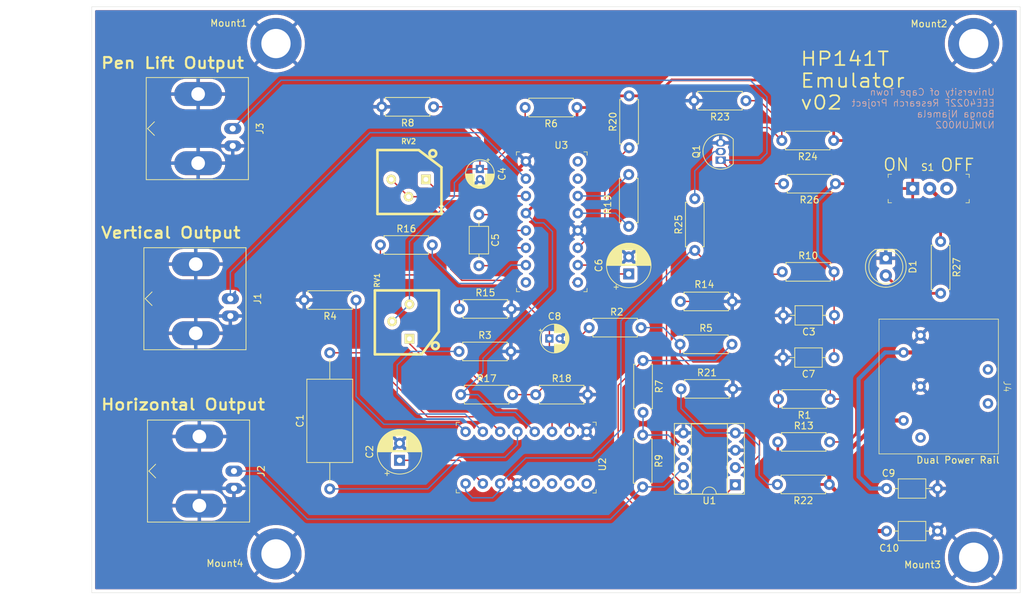
<source format=kicad_pcb>
(kicad_pcb (version 20221018) (generator pcbnew)
  (title_block (title "HP141T Emulator") (date "2025-04-10") (rev "v02") (company "by Bonga Njamela") (comment 1 "Research Project") (comment 2 "EEE4022F 2025") (comment 3 "University of Cape Town"))
  (layers (0 "F.Cu" signal) (31 "B.Cu" signal) (34 "B.Paste" user) (35 "F.Paste" user) (36 "B.SilkS" user "B.Silkscreen") (37 "F.SilkS" user "F.Silkscreen") (38 "B.Mask" user) (39 "F.Mask" user) (44 "Edge.Cuts" user))
  (net 0 "")
  (net 1 "Net-(U2-TC1)")
  (net 2 "Net-(U2-TC2)")
  (net 3 "Net-(U2-BIAS)")
  (net 4 "GND")
  (net 5 "Net-(C4-Pad1)")
  (net 6 "Net-(U3-TC1)")
  (net 7 "Net-(U3-TC2)")
  (net 8 "Net-(U3-BIAS)")
  (net 9 "Net-(C8-Pad1)")
  (net 10 "Net-(D1-A)")
  (net 11 "Vy")
  (net 12 "Vx")
  (net 13 "Vp")
  (net 15 "-12V")
  (net 16 "Net-(Q1-B)")
  (net 17 "-1V")
  (net 18 "Net-(U1A--)")
  (net 19 "V_saw")
  (net 20 "Net-(U2-TR1)")
  (net 21 "Net-(U2-TR2)")
  (net 22 "Net-(R5-Pad2)")
  (net 23 "Net-(U1B--)")
  (net 24 "V_sq")
  (net 25 "+12V")
  (net 26 "Net-(R15-Pad1)")
  (net 27 "Net-(U3-TR1)")
  (net 28 "Net-(U3-WAVEA1)")
  (net 29 "Net-(U3-WAVEA2)")
  (net 30 "Net-(U3-SYNCO)")
  (net 31 "-6V")
  (net 32 "+6V")
  (net 34 "Net-(U2-MO)")
  (net 39 "Net-(U3-MO)")
  (net 43 "Net-(C9-Pad1)")
  (net 44 "unconnected-(U3-FSKI-Pad9)")
  (footprint "Resistor_THT:R_Axial_DIN0207_L6.3mm_D2.5mm_P7.62mm_Horizontal" (layer "F.Cu") (at 179.25 133.9 180)
    (fp_text reference "R22" (at 3.81 -2.37) (layer "F.SilkS"))
    (fp_text value "10k")
    (pad "1" thru_hole circle (at 0 0 180) (size 1.6 1.6) (drill 0.8) (layers "*.Cu" "*.Mask") (net 15 "-12V"))
    (pad "2" thru_hole oval (at 7.62 0 180) (size 1.6 1.6) (drill 0.8) (layers "*.Cu" "*.Mask") (net 31 "-6V"))
  )
  (footprint "bourns:BOURNS-3362P_pot" (layer "F.Cu") (at 117.6 109.95 90)
    (fp_text reference "RV1" (at 6.05 -4.75 90) (layer "F.SilkS") (effects (font (size 0.762 0.762) (thickness 0.1524))))
    (fp_text value "25k" hide)
    (pad "1" thru_hole rect (at -2.54 0 90) (size 1.4 1.4) (drill 0.7) (layers "*.Cu" "*.Mask" "F.SilkS") (net 34 "Net-(U2-MO)"))
    (pad "2" thru_hole circle (at 0 -2.54 90) (size 1.4 1.4) (drill 0.7) (layers "*.Cu" "*.Mask" "F.SilkS") (net 5 "Net-(C4-Pad1)"))
    (pad "3" thru_hole circle (at 2.54 0 90) (size 1.4 1.4) (drill 0.7) (layers "*.Cu" "*.Mask" "F.SilkS") (net 5 "Net-(C4-Pad1)"))
  )
  (footprint "Digikey:Socket_DIP-16_7.62mm_Conn" (layer "F.Cu") (at 134.7 86.42)
    (fp_text reference "U3" (at 5.2 -2.37) (layer "F.SilkS"))
    (fp_text value "XR2206CP")
    (pad "1" thru_hole circle (at 0 0) (size 1.524 1.524) (drill 0.762) (layers "*.Cu" "*.Mask") (net 4 "GND"))
    (pad "2" thru_hole circle (at 0 2.54) (size 1.524 1.524) (drill 0.762) (layers "*.Cu" "*.Mask") (net 11 "Vy"))
    (pad "3" thru_hole circle (at 0 5.08) (size 1.524 1.524) (drill 0.762) (layers "*.Cu" "*.Mask") (net 39 "Net-(U3-MO)"))
    (pad "4" thru_hole circle (at 0 7.62) (size 1.524 1.524) (drill 0.762) (layers "*.Cu" "*.Mask") (net 25 "+12V"))
    (pad "5" thru_hole circle (at 0 10.16) (size 1.524 1.524) (drill 0.762) (layers "*.Cu" "*.Mask") (net 6 "Net-(U3-TC1)"))
    (pad "6" thru_hole circle (at 0 12.7) (size 1.524 1.524) (drill 0.762) (layers "*.Cu" "*.Mask") (net 7 "Net-(U3-TC2)"))
    (pad "7" thru_hole circle (at 0 15.24) (size 1.524 1.524) (drill 0.762) (layers "*.Cu" "*.Mask") (net 27 "Net-(U3-TR1)"))
    (pad "8" thru_hole circle (at 0 17.78) (size 1.524 1.524) (drill 0.762) (layers "*.Cu" "*.Mask"))
    (pad "9" thru_hole circle (at 7.62 17.78) (size 1.524 1.524) (drill 0.762) (layers "*.Cu" "*.Mask") (net 44 "unconnected-(U3-FSKI-Pad9)"))
    (pad "10" thru_hole circle (at 7.62 15.24) (size 1.524 1.524) (drill 0.762) (layers "*.Cu" "*.Mask") (net 8 "Net-(U3-BIAS)"))
    (pad "11" thru_hole circle (at 7.62 12.7) (size 1.524 1.524) (drill 0.762) (layers "*.Cu" "*.Mask") (net 30 "Net-(U3-SYNCO)"))
    (pad "12" thru_hole circle (at 7.62 10.16) (size 1.524 1.524) (drill 0.762) (layers "*.Cu" "*.Mask") (net 4 "GND"))
    (pad "13" thru_hole circle (at 7.62 7.62) (size 1.524 1.524) (drill 0.762) (layers "*.Cu" "*.Mask") (net 28 "Net-(U3-WAVEA1)"))
    (pad "14" thru_hole circle (at 7.62 5.08) (size 1.524 1.524) (drill 0.762) (layers "*.Cu" "*.Mask") (net 29 "Net-(U3-WAVEA2)"))
    (pad "15" thru_hole circle (at 7.62 2.54) (size 1.524 1.524) (drill 0.762) (layers "*.Cu" "*.Mask"))
    (pad "16" thru_hole circle (at 7.62 0) (size 1.524 1.524) (drill 0.762) (layers "*.Cu" "*.Mask"))
  )
  (footprint "Resistor_THT:R_Axial_DIN0207_L6.3mm_D2.5mm_P7.62mm_Horizontal" (layer "F.Cu") (at 149.85 84.41 90)
    (fp_text reference "R20" (at 3.81 -2.37 90) (layer "F.SilkS"))
    (fp_text value "10k")
    (pad "1" thru_hole circle (at 0 0 90) (size 1.6 1.6) (drill 0.8) (layers "*.Cu" "*.Mask") (net 30 "Net-(U3-SYNCO)"))
    (pad "2" thru_hole oval (at 7.62 0 90) (size 1.6 1.6) (drill 0.8) (layers "*.Cu" "*.Mask") (net 25 "+12V"))
  )
  (footprint "digikey-footprints:Switch_Slide_11.6x4mm_EG1218" (layer "F.Cu") (at 191.5 90.4)
    (fp_text reference "S1" (at 2.2 -3.1) (layer "F.SilkS"))
    (fp_text value "EG1218")
    (pad "1" thru_hole rect (at 0 0) (size 1.9 1.9) (drill 0.9) (layers "*.Cu" "*.Mask") (net 25 "+12V"))
    (pad "2" thru_hole circle (at 2.5 0) (size 1.9 1.9) (drill 0.9) (layers "*.Cu" "*.Mask") (net 43 "Net-(C9-Pad1)"))
    (pad "3" thru_hole circle (at 5 0) (size 1.9 1.9) (drill 0.9) (layers "*.Cu" "*.Mask"))
  )
  (footprint "Connector_Coaxial:BNC_Amphenol_B6252HB-NPP3G-50_Horizontal" (layer "F.Cu") (at 91.65 81.6 90)
    (fp_text reference "J3" (at 0 4 90) (layer "F.SilkS"))
    (fp_text value "Conn_Coaxial")
    (pad "1" thru_hole oval (at 0 0 90) (size 1.6 2.5) (drill 0.89) (layers "*.Cu" "*.Mask") (net 13 "Vp"))
    (pad "2" thru_hole oval (at -5.08 -5.08 90) (size 3.5 7) (drill 2.01) (layers "*.Cu" "*.Mask") (net 4 "GND"))
    (pad "2" thru_hole oval (at -2.54 0 90) (size 1.6 2.5) (drill 0.89) (layers "*.Cu" "*.Mask") (net 4 "GND"))
    (pad "2" thru_hole oval (at 5.08 -5.08 90) (size 3.5 7) (drill 2.01) (layers "*.Cu" "*.Mask") (net 4 "GND"))
  )
  (footprint "Capacitor_THT:C_Axial_L3.8mm_D2.6mm_P7.50mm_Horizontal" (layer "F.Cu") (at 179.95 115.25 180)
    (fp_text reference "C7" (at 3.75 -2.42) (layer "F.SilkS"))
    (fp_text value "1uF")
    (pad "1" thru_hole circle (at 0 0 180) (size 1.6 1.6) (drill 0.8) (layers "*.Cu" "*.Mask") (net 25 "+12V"))
    (pad "2" thru_hole oval (at 7.5 0 180) (size 1.6 1.6) (drill 0.8) (layers "*.Cu" "*.Mask") (net 4 "GND"))
  )
  (footprint "Capacitor_THT:C_Axial_L3.8mm_D2.6mm_P7.50mm_Horizontal" (layer "F.Cu") (at 195.15 140.75 180)
    (fp_text reference "C10" (at 7.1 -2.5) (layer "F.SilkS"))
    (fp_text value "0.1uF")
    (pad "1" thru_hole circle (at 0 0 180) (size 1.6 1.6) (drill 0.8) (layers "*.Cu" "*.Mask") (net 4 "GND"))
    (pad "2" thru_hole oval (at 7.5 0 180) (size 1.6 1.6) (drill 0.8) (layers "*.Cu" "*.Mask") (net 15 "-12V"))
  )
  (footprint "Resistor_THT:R_Axial_DIN0207_L6.3mm_D2.5mm_P7.62mm_Horizontal" (layer "F.Cu") (at 157.48 119.85)
    (fp_text reference "R21" (at 3.81 -2.37) (layer "F.SilkS"))
    (fp_text value "10k")
    (pad "1" thru_hole circle (at 0 0) (size 1.6 1.6) (drill 0.8) (layers "*.Cu" "*.Mask") (net 31 "-6V"))
    (pad "2" thru_hole oval (at 7.62 0) (size 1.6 1.6) (drill 0.8) (layers "*.Cu" "*.Mask") (net 4 "GND"))
  )
  (footprint "Resistor_THT:R_Axial_DIN0207_L6.3mm_D2.5mm_P7.62mm_Horizontal" (layer "F.Cu") (at 151.9 115.69 -90)
    (fp_text reference "R7" (at 3.81 -2.37 90) (layer "F.SilkS"))
    (fp_text value "10k")
    (pad "1" thru_hole circle (at 0 0 270) (size 1.6 1.6) (drill 0.8) (layers "*.Cu" "*.Mask") (net 22 "Net-(R5-Pad2)"))
    (pad "2" thru_hole oval (at 7.62 0 270) (size 1.6 1.6) (drill 0.8) (layers "*.Cu" "*.Mask") (net 23 "Net-(U1B--)"))
  )
  (footprint "Resistor_THT:R_Axial_DIN0207_L6.3mm_D2.5mm_P7.62mm_Horizontal" (layer "F.Cu") (at 179.4 121.35 180)
    (fp_text reference "R1" (at 3.81 -2.37) (layer "F.SilkS"))
    (fp_text value "1k")
    (pad "1" thru_hole circle (at 0 0 180) (size 1.6 1.6) (drill 0.8) (layers "*.Cu" "*.Mask") (net 17 "-1V"))
    (pad "2" thru_hole oval (at 7.62 0 180) (size 1.6 1.6) (drill 0.8) (layers "*.Cu" "*.Mask") (net 18 "Net-(U1A--)"))
  )
  (footprint "Capacitor_THT:C_Axial_L3.8mm_D2.6mm_P7.50mm_Horizontal" (layer "F.Cu") (at 127.8 94.25 -90)
    (fp_text reference "C5" (at 3.75 -2.42 90) (layer "F.SilkS"))
    (fp_text value "22nF")
    (pad "1" thru_hole circle (at 0 0 270) (size 1.6 1.6) (drill 0.8) (layers "*.Cu" "*.Mask") (net 6 "Net-(U3-TC1)"))
    (pad "2" thru_hole oval (at 7.5 0 270) (size 1.6 1.6) (drill 0.8) (layers "*.Cu" "*.Mask") (net 7 "Net-(U3-TC2)"))
  )
  (footprint "Resistor_THT:R_Axial_DIN0207_L6.3mm_D2.5mm_P7.62mm_Horizontal" (layer "F.Cu") (at 172.34 102.65)
    (fp_text reference "R10" (at 3.81 -2.37) (layer "F.SilkS"))
    (fp_text value "5.1k")
    (pad "1" thru_hole circle (at 0 0) (size 1.6 1.6) (drill 0.8) (layers "*.Cu" "*.Mask") (net 24 "V_sq"))
    (pad "2" thru_hole oval (at 7.62 0) (size 1.6 1.6) (drill 0.8) (layers "*.Cu" "*.Mask") (net 25 "+12V"))
  )
  (footprint "Resistor_THT:R_Axial_DIN0207_L6.3mm_D2.5mm_P7.62mm_Horizontal" (layer "F.Cu") (at 143.99 110.85)
    (fp_text reference "R2" (at 4.06 -2.3) (layer "F.SilkS"))
    (fp_text value "1k")
    (pad "1" thru_hole circle (at 0 0) (size 1.6 1.6) (drill 0.8) (layers "*.Cu" "*.Mask") (net 19 "V_saw"))
    (pad "2" thru_hole oval (at 7.62 0) (size 1.6 1.6) (drill 0.8) (layers "*.Cu" "*.Mask") (net 18 "Net-(U1A--)"))
  )
  (footprint "Resistor_THT:R_Axial_DIN0207_L6.3mm_D2.5mm_P7.62mm_Horizontal" (layer "F.Cu") (at 167.01 77.5 180)
    (fp_text reference "R23" (at 3.81 -2.37) (layer "F.SilkS"))
    (fp_text value "10k")
    (pad "1" thru_hole circle (at 0 0 180) (size 1.6 1.6) (drill 0.8) (layers "*.Cu" "*.Mask") (net 32 "+6V"))
    (pad "2" thru_hole oval (at 7.62 0 180) (size 1.6 1.6) (drill 0.8) (layers "*.Cu" "*.Mask") (net 4 "GND"))
  )
  (footprint "Resistor_THT:R_Axial_DIN0207_L6.3mm_D2.5mm_P7.62mm_Horizontal" (layer "F.Cu") (at 157.34 113.3)
    (fp_text reference "R5" (at 3.81 -2.37) (layer "F.SilkS"))
    (fp_text value "18k")
    (pad "1" thru_hole circle (at 0 0) (size 1.6 1.6) (drill 0.8) (layers "*.Cu" "*.Mask") (net 18 "Net-(U1A--)"))
    (pad "2" thru_hole oval (at 7.62 0) (size 1.6 1.6) (drill 0.8) (layers "*.Cu" "*.Mask") (net 22 "Net-(R5-Pad2)"))
  )
  (footprint "Resistor_THT:R_Axial_DIN0207_L6.3mm_D2.5mm_P7.62mm_Horizontal" (layer "F.Cu") (at 125.13 120.7)
    (fp_text reference "R17" (at 3.81 -2.37) (layer "F.SilkS"))
    (fp_text value "5.1k")
    (pad "1" thru_hole circle (at 0 0) (size 1.6 1.6) (drill 0.8) (layers "*.Cu" "*.Mask") (net 25 "+12V"))
    (pad "2" thru_hole oval (at 7.62 0) (size 1.6 1.6) (drill 0.8) (layers "*.Cu" "*.Mask") (net 9 "Net-(C8-Pad1)"))
  )
  (footprint "LED_THT:LED_D5.0mm" (layer "F.Cu") (at 187.55 100.65 -90)
    (fp_text reference "D1" (at 1.27 -3.96 90) (layer "F.SilkS"))
    (fp_text value "GREEN")
    (pad "1" thru_hole rect (at 0 0 270) (size 1.8 1.8) (drill 0.9) (layers "*.Cu" "*.Mask") (net 4 "GND"))
    (pad "2" thru_hole circle (at 2.54 0 270) (size 1.8 1.8) (drill 0.9) (layers "*.Cu" "*.Mask") (net 10 "Net-(D1-A)"))
  )
  (footprint "Resistor_THT:R_Axial_DIN0207_L6.3mm_D2.5mm_P7.62mm_Horizontal" (layer "F.Cu") (at 159.5 99.51 90)
    (fp_text reference "R25" (at 3.81 -2.37 90) (layer "F.SilkS"))
    (fp_text value "1k")
    (pad "1" thru_hole circle (at 0 0 90) (size 1.6 1.6) (drill 0.8) (layers "*.Cu" "*.Mask") (net 24 "V_sq"))
    (pad "2" thru_hole oval (at 7.62 0 90) (size 1.6 1.6) (drill 0.8) (layers "*.Cu" "*.Mask") (net 16 "Net-(Q1-B)"))
  )
  (footprint "bourns:BOURNS-3362P_pot" (layer "F.Cu") (at 117.473 89.069 180)
    (fp_text reference "RV2" (at 0 5.588) (layer "F.SilkS") (effects (font (size 0.762 0.762) (thickness 0.1524))))
    (fp_text value "25k" hide)
    (pad "1" thru_hole rect (at -2.54 0 180) (size 1.4 1.4) (drill 0.7) (layers "*.Cu" "*.Mask" "F.SilkS") (net 39 "Net-(U3-MO)"))
    (pad "2" thru_hole circle (at 0 -2.54 180) (size 1.4 1.4) (drill 0.7) (layers "*.Cu" "*.Mask" "F.SilkS") (net 9 "Net-(C8-Pad1)"))
    (pad "3" thru_hole circle (at 2.54 0 180) (size 1.4 1.4) (drill 0.7) (layers "*.Cu" "*.Mask" "F.SilkS") (net 9 "Net-(C8-Pad1)"))
  )
  (footprint "Capacitor_THT:CP_Radial_D4.0mm_P1.50mm" (layer "F.Cu") (at 138.15 112.45)
    (fp_text reference "C8" (at 0.75 -3.25) (layer "F.SilkS"))
    (fp_text value "10uF")
    (pad "1" thru_hole rect (at 0 0) (size 1.2 1.2) (drill 0.6) (layers "*.Cu" "*.Mask") (net 9 "Net-(C8-Pad1)"))
    (pad "2" thru_hole circle (at 1.5 0) (size 1.2 1.2) (drill 0.6) (layers "*.Cu" "*.Mask") (net 4 "GND"))
  )
  (footprint "Capacitor_THT:C_Axial_L12.0mm_D6.5mm_P20.00mm_Horizontal" (layer "F.Cu") (at 105.9 134.55 90)
    (fp_text reference "C1" (at 10 -4.37 90) (layer "F.SilkS"))
    (fp_text value "47uF")
    (pad "1" thru_hole circle (at 0 0 90) (size 1.6 1.6) (drill 0.8) (layers "*.Cu" "*.Mask") (net 1 "Net-(U2-TC1)"))
    (pad "2" thru_hole oval (at 20 0 90) (size 1.6 1.6) (drill 0.8) (layers "*.Cu" "*.Mask") (net 2 "Net-(U2-TC2)"))
  )
  (footprint "Resistor_THT:R_Axial_DIN0207_L6.3mm_D2.5mm_P7.62mm_Horizontal" (layer "F.Cu") (at 121.15 78.4 180)
    (fp_text reference "R8" (at 3.81 -2.37) (layer "F.SilkS"))
    (fp_text value "5.1k")
    (pad "1" thru_hole circle (at 0 0 180) (size 1.6 1.6) (drill 0.8) (layers "*.Cu" "*.Mask") (net 5 "Net-(C4-Pad1)"))
    (pad "2" thru_hole oval (at 7.62 0 180) (size 1.6 1.6) (drill 0.8) (layers "*.Cu" "*.Mask") (net 4 "GND"))
  )
  (footprint "Resistor_THT:R_Axial_DIN0207_L6.3mm_D2.5mm_P7.62mm_Horizontal" (layer "F.Cu") (at 179.9 83.35 180)
    (fp_text reference "R24" (at 3.81 -2.37) (layer "F.SilkS"))
    (fp_text value "10k")
    (pad "1" thru_hole circle (at 0 0 180) (size 1.6 1.6) (drill 0.8) (layers "*.Cu" "*.Mask") (net 25 "+12V"))
    (pad "2" thru_hole oval (at 7.62 0 180) (size 1.6 1.6) (drill 0.8) (layers "*.Cu" "*.Mask") (net 32 "+6V"))
  )
  (footprint "Capacitor_THT:C_Axial_L3.8mm_D2.6mm_P7.50mm_Horizontal" (layer "F.Cu") (at 187.65 134.5)
    (fp_text reference "C9" (at 0.3 -2.25) (layer "F.SilkS"))
    (fp_text value "0.1uF")
    (pad "1" thru_hole circle (at 0 0) (size 1.6 1.6) (drill 0.8) (layers "*.Cu" "*.Mask") (net 43 "Net-(C9-Pad1)"))
    (pad "2" thru_hole oval (at 7.5 0) (size 1.6 1.6) (drill 0.8) (layers "*.Cu" "*.Mask") (net 4 "GND"))
  )
  (footprint "Capacitor_THT:CP_Radial_D6.3mm_P2.50mm" (layer "F.Cu") (at 116.15 130.35 90)
    (fp_text reference "C2" (at 1.25 -4.4 90) (layer "F.SilkS"))
    (fp_text value "1uF")
    (pad "1" thru_hole rect (at 0 0 90) (size 1.6 1.6) (drill 0.8) (layers "*.Cu" "*.Mask") (net 3 "Net-(U2-BIAS)"))
    (pad "2" thru_hole circle (at 2.5 0 90) (size 1.6 1.6) (drill 0.8) (layers "*.Cu" "*.Mask") (net 4 "GND"))
  )
  (footprint "Digikey:Socket_DIP-16_7.62mm_Conn" (layer "F.Cu") (at 143.62 126.15 -90)
    (fp_text reference "U2" (at 4.8 -2.32 90) (layer "F.SilkS"))
    (fp_text value "XR2206CP")
    (pad "1" thru_hole circle (at 0 0 270) (size 1.524 1.524) (drill 0.762) (layers "*.Cu" "*.Mask") (net 4 "GND"))
    (pad "2" thru_hole circle (at 0 2.54 270) (size 1.524 1.524) (drill 0.762) (layers "*.Cu" "*.Mask") (net 19 "V_saw"))
    (pad "3" thru_hole circle (at 0 5.08 270) (size 1.524 1.524) (drill 0.762) (layers "*.Cu" "*.Mask") (net 34 "Net-(U2-MO)"))
    (pad "4" thru_hole circle (at 0 7.62 270) (size 1.524 1.524) (drill 0.762) (layers "*.Cu" "*.Mask") (net 25 "+12V"))
    (pad "5" thru_hole circle (at 0 10.16 270) (size 1.524 1.524) (drill 0.762) (layers "*.Cu" "*.Mask") (net 1 "Net-(U2-TC1)"))
    (pad "6" thru_hole circle (at 0 12.7 270) (size 1.524 1.524) (drill 0.762) (layers "*.Cu" "*.Mask") (net 2 "Net-(U2-TC2)"))
    (pad "7" thru_hole circle (at 0 15.24 270) (size 1.524 1.524) (drill 0.762) (layers "*.Cu" "*.Mask") (net 20 "Net-(U2-TR1)"))
    (pad "8" thru_hole circle (at 0 17.78 270) (size 1.524 1.524) (drill 0.762) (layers "*.Cu" "*.Mask") (net 21 "Net-(U2-TR2)"))
    (pad "9" thru_hole circle (at 7.62 17.78 270) (size 1.524 1.524) (drill 0.762) (layers "*.Cu" "*.Mask") (net 24 "V_sq"))
    (pad "10" thru_hole circle (at 7.62 15.24 270) (size 1.524 1.524) (drill 0.762) (layers "*.Cu" "*.Mask") (net 3 "Net-(U2-BIAS)"))
    (pad "11" thru_hole circle (at 7.62 12.7 270) (size 1.524 1.524) (drill 0.762) (layers "*.Cu" "*.Mask") (net 24 "V_sq"))
    (pad "12" thru_hole circle (at 7.62 10.16 270) (size 1.524 1.524) (drill 0.762) (layers "*.Cu" "*.Mask") (net 4 "GND"))
    (pad "13" thru_hole circle (at 7.62 7.62 270) (size 1.524 1.524) (drill 0.762) (layers "*.Cu" "*.Mask"))
    (pad "14" thru_hole circle (at 7.62 5.08 270) (size 1.524 1.524) (drill 0.762) (layers "*.Cu" "*.Mask"))
    (pad "15" thru_hole circle (at 7.62 2.54 270) (size 1.524 1.524) (drill 0.762) (layers "*.Cu" "*.Mask"))
    (pad "16" thru_hole circle (at 7.62 0 270) (size 1.524 1.524) (drill 0.762) (layers "*.Cu" "*.Mask"))
  )
  (footprint "Resistor_THT:R_Axial_DIN0207_L6.3mm_D2.5mm_P7.62mm_Horizontal" (layer "F.Cu") (at 109.76 106.8 180)
    (fp_text reference "R4" (at 3.81 -2.37) (layer "F.SilkS"))
    (fp_text value "1.1k")
    (pad "1" thru_hole circle (at 0 0 180) (size 1.6 1.6) (drill 0.8) (layers "*.Cu" "*.Mask") (net 21 "Net-(U2-TR2)"))
    (pad "2" thru_hole oval (at 7.62 0 180) (size 1.6 1.6) (drill 0.8) (layers "*.Cu" "*.Mask") (net 4 "GND"))
  )
  (footprint "Resistor_THT:R_Axial_DIN0207_L6.3mm_D2.5mm_P7.62mm_Horizontal" (layer "F.Cu") (at 195.6 98.19 -90)
    (fp_text reference "R27" (at 3.81 -2.37 90) (layer "F.SilkS"))
    (fp_text value "2.2k")
    (pad "1" thru_hole circle (at 0 0 270) (size 1.6 1.6) (drill 0.8) (layers "*.Cu" "*.Mask") (net 25 "+12V"))
    (pad "2" thru_hole oval (at 7.62 0 270) (size 1.6 1.6) (drill 0.8) (layers "*.Cu" "*.Mask") (net 10 "Net-(D1-A)"))
  )
  (footprint "Capacitor_THT:C_Axial_L3.8mm_D2.6mm_P7.50mm_Horizontal" (layer "F.Cu") (at 180 109.05 180)
    (fp_text reference "C3" (at 3.75 -2.42) (layer "F.SilkS"))
    (fp_text value "1uF")
    (pad "1" thru_hole circle (at 0 0 180) (size 1.6 1.6) (drill 0.8) (layers "*.Cu" "*.Mask") (net 25 "+12V"))
    (pad "2" thru_hole oval (at 7.5 0 180) (size 1.6 1.6) (drill 0.8) (layers "*.Cu" "*.Mask") (net 4 "GND"))
  )
  (footprint "Resistor_THT:R_Axial_DIN0207_L6.3mm_D2.5mm_P7.62mm_Horizontal" (layer "F.Cu") (at 180.16 89.7 180)
    (fp_text reference "R26" (at 3.81 -2.37) (layer "F.SilkS"))
    (fp_text value "10k")
    (pad "1" thru_hole circle (at 0 0 180) (size 1.6 1.6) (drill 0.8) (layers "*.Cu" "*.Mask") (net 25 "+12V"))
    (pad "2" thru_hole oval (at 7.62 0 180) (size 1.6 1.6) (drill 0.8) (layers "*.Cu" "*.Mask") (net 13 "Vp"))
  )
  (footprint "Connector_Coaxial:BNC_Amphenol_B6252HB-NPP3G-50_Horizontal" (layer "F.Cu") (at 91.83 131.93 90)
    (fp_text reference "J2" (at 0 4 90) (layer "F.SilkS"))
    (fp_text value "Conn_Coaxial")
    (pad "1" thru_hole oval (at 0 0 90) (size 1.6 2.5) (drill 0.89) (layers "*.Cu" "*.Mask") (net 12 "Vx"))
    (pad "2" thru_hole oval (at -5.08 -5.08 90) (size 3.5 7) (drill 2.01) (layers "*.Cu" "*.Mask") (net 4 "GND"))
    (pad "2" thru_hole oval (at -2.54 0 90) (size 1.6 2.5) (drill 0.89) (layers "*.Cu" "*.Mask") (net 4 "GND"))
    (pad "2" thru_hole oval (at 5.08 -5.08 90) (size 3.5 7) (drill 2.01) (layers "*.Cu" "*.Mask") (net 4 "GND"))
  )
  (footprint "MountingHole:MountingHole_4.3mm_M4_DIN965_Pad" (layer "F.Cu") (at 200.45 144.6)
    (fp_text reference "Mount3" (at -7.5 1.1) (layer "F.SilkS"))
    (fp_text value "MountingHole_4.3mm_M4_DIN965_Pad")
    (pad "1" thru_hole circle (at 0 0) (size 7.5 7.5) (drill 4.3) (layers "*.Cu" "*.Mask") (net 4 "GND"))
  )
  (footprint "Resistor_THT:R_Axial_DIN0207_L6.3mm_D2.5mm_P7.62mm_Horizontal" (layer "F.Cu") (at 149.8 95.97 90)
    (fp_text reference "R19" (at 3.21 -3.1 90) (layer "F.SilkS"))
    (fp_text value "220R")
    (pad "1" thru_hole circle (at 0 0 90) (size 1.6 1.6) (drill 0.8) (layers "*.Cu" "*.Mask") (net 28 "Net-(U3-WAVEA1)"))
    (pad "2" thru_hole oval (at 7.62 0 90) (size 1.6 1.6) (drill 0.8) (layers "*.Cu" "*.Mask") (net 29 "Net-(U3-WAVEA2)"))
  )
  (footprint "Capacitor_THT:CP_Radial_D4.0mm_P1.50mm" (layer "F.Cu") (at 127.95 87.527401 -90)
    (fp_text reference "C4" (at 0.75 -3.25 90) (layer "F.SilkS"))
    (fp_text value "10uF")
    (pad "1" thru_hole rect (at 0 0 270) (size 1.2 1.2) (drill 0.6) (layers "*.Cu" "*.Mask") (net 5 "Net-(C4-Pad1)"))
    (pad "2" thru_hole circle (at 1.5 0 270) (size 1.2 1.2) (drill 0.6) (layers "*.Cu" "*.Mask") (net 4 "GND"))
  )
  (footprint "MountingHole:MountingHole_4.3mm_M4_DIN965_Pad" (layer "F.Cu") (at 98 69.1)
    (fp_text reference "Mount1" (at -6.95 -3) (layer "F.SilkS"))
    (fp_text value "MountingHole_4.3mm_M4_DIN965_Pad")
    (pad "1" thru_hole circle (at 0 0) (size 7.5 7.5) (drill 4.3) (layers "*.Cu" "*.Mask") (net 4 "GND"))
  )
  (footprint "Resistor_THT:R_Axial_DIN0207_L6.3mm_D2.5mm_P7.62mm_Horizontal" (layer "F.Cu") (at 151.85 126.64 -90)
    (fp_text reference "R9" (at 3.81 -2.37 90) (layer "F.SilkS"))
    (fp_text value "10k")
    (pad "1" thru_hole circle (at 0 0 270) (size 1.6 1.6) (drill 0.8) (layers "*.Cu" "*.Mask") (net 23 "Net-(U1B--)"))
    (pad "2" thru_hole oval (at 7.62 0 270) (size 1.6 1.6) (drill 0.8) (layers "*.Cu" "*.Mask") (net 12 "Vx"))
  )
  (footprint "Resistor_THT:R_Axial_DIN0207_L6.3mm_D2.5mm_P7.62mm_Horizontal" (layer "F.Cu") (at 113.33 98.7)
    (fp_text reference "R16" (at 3.81 -2.37) (layer "F.SilkS"))
    (fp_text value "220R")
    (pad "1" thru_hole circle (at 0 0) (size 1.6 1.6) (drill 0.8) (layers "*.Cu" "*.Mask") (net 26 "Net-(R15-Pad1)"))
    (pad "2" thru_hole oval (at 7.62 0) (size 1.6 1.6) (drill 0.8) (layers "*.Cu" "*.Mask") (net 27 "Net-(U3-TR1)"))
  )
  (footprint "Connector_Coaxial:BNC_Amphenol_B6252HB-NPP3G-50_Horizontal" (layer "F.Cu") (at 91.3 106.6 90)
    (fp_text reference "J1" (at 0 4 90) (layer "F.SilkS"))
    (fp_text value "Conn_Coaxial")
    (pad "1" thru_hole oval (at 0 0 90) (size 1.6 2.5) (drill 0.89) (layers "*.Cu" "*.Mask") (net 11 "Vy"))
    (pad "2" thru_hole oval (at -5.08 -5.08 90) (size 3.5 7) (drill 2.01) (layers "*.Cu" "*.Mask") (net 4 "GND"))
    (pad "2" thru_hole oval (at -2.54 0 90) (size 1.6 2.5) (drill 0.89) (layers "*.Cu" "*.Mask") (net 4 "GND"))
    (pad "2" thru_hole oval (at 5.08 -5.08 90) (size 3.5 7) (drill 2.01) (layers "*.Cu" "*.Mask") (net 4 "GND"))
  )
  (footprint "Resistor_THT:R_Axial_DIN0207_L6.3mm_D2.5mm_P7.62mm_Horizontal" (layer "F.Cu") (at 171.69 127.65)
    (fp_text reference "R13" (at 3.81 -2.37) (layer "F.SilkS"))
    (fp_text value "110k")
    (pad "1" thru_hole circle (at 0 0) (size 1.6 1.6) (drill 0.8) (layers "*.Cu" "*.Mask") (net 15 "-12V"))
    (pad "2" thru_hole oval (at 7.62 0) (size 1.6 1.6) (drill 0.8) (layers "*.Cu" "*.Mask") (net 17 "-1V"))
  )
  (footprint "Resistor_THT:R_Axial_DIN0207_L6.3mm_D2.5mm_P7.62mm_Horizontal" (layer "F.Cu") (at 124.88 114.35)
    (fp_text reference "R3" (at 3.81 -2.37) (layer "F.SilkS"))
    (fp_text value "1.2k")
    (pad "1" thru_hole circle (at 0 0) (size 1.6 1.6) (drill 0.8) (layers "*.Cu" "*.Mask") (net 20 "Net-(U2-TR1)"))
    (pad "2" thru_hole oval (at 7.62 0) (size 1.6 1.6) (drill 0.8) (layers "*.Cu" "*.Mask") (net 4 "GND"))
  )
  (footprint "Package_DIP:DIP-8_W7.62mm_Socket" (layer "F.Cu") (at 165.45 133.95 180)
    (fp_text reference "U1" (at 3.81 -2.33) (layer "F.SilkS"))
    (fp_text value "LM358")
    (pad "1" thru_hole rect (at 0 0 180) (size 1.6 1.6) (drill 0.8) (layers "*.Cu" "*.Mask") (net 22 "Net-(R5-Pad2)"))
    (pad "2" thru_hole oval (at 0 2.54 180) (size 1.6 1.6) (drill 0.8) (layers "*.Cu" "*.Mask") (net 18 "Net-(U1A--)"))
    (pad "3" thru_hole oval (at 0 5.08 180) (size 1.6 1.6) (drill 0.8) (layers "*.Cu" "*.Mask") (net 4 "GND"))
    (pad "4" thru_hole oval (at 0 7.62 180) (size 1.6 1.6) (drill 0.8) (layers "*.Cu" "*.Mask") (net 31 "-6V"))
    (pad "5" thru_hole oval (at 7.62 7.62 180) (size 1.6 1.6) (drill 0.8) (layers "*.Cu" "*.Mask") (net 4 "GND"))
    (pad "6" thru_hole oval (at 7.62 5.08 180) (size 1.6 1.6) (drill 0.8) (layers "*.Cu" "*.Mask") (net 23 "Net-(U1B--)"))
    (pad "7" thru_hole oval (at 7.62 2.54 180) (size 1.6 1.6) (drill 0.8) (layers "*.Cu" "*.Mask") (net 12 "Vx"))
    (pad "8" thru_hole oval (at 7.62 0 180) (size 1.6 1.6) (drill 0.8) (layers "*.Cu" "*.Mask") (net 32 "+6V"))
  )
  (footprint "Package_TO_SOT_THT:TO-92_Inline" (layer "F.Cu") (at 163.3 86.24 90)
    (fp_text reference "Q1" (at 1.27 -3.56 90) (layer "F.SilkS"))
    (fp_text value "2N2222")
    (pad "1" thru_hole rect (at 0 0 90) (size 1.05 1.5) (drill 0.75) (layers "*.Cu" "*.Mask") (net 13 "Vp"))
    (pad "2" thru_hole oval (at 1.27 0 90) (size 1.05 1.5) (drill 0.75) (layers "*.Cu" "*.Mask") (net 16 "Net-(Q1-B)"))
    (pad "3" thru_hole oval (at 2.54 0 90) (size 1.05 1.5) (drill 0.75) (layers "*.Cu" "*.Mask") (net 4 "GND"))
  )
  (footprint "MountingHole:MountingHole_4.3mm_M4_DIN965_Pad" (layer "F.Cu") (at 200.45 69.1)
    (fp_text reference "Mount2" (at -6.55 -2.9) (layer "F.SilkS"))
    (fp_text value "MountingHole_4.3mm_M4_DIN965_Pad")
    (pad "1" thru_hole circle (at 0 0) (size 7.5 7.5) (drill 4.3) (layers "*.Cu" "*.Mask") (net 4 "GND"))
  )
  (footprint "Resistor_THT:R_Axial_DIN0207_L6.3mm_D2.5mm_P7.62mm_Horizontal" (layer "F.Cu") (at 142.21 78.5 180)
    (fp_text reference "R6" (at 3.81 -2.37) (layer "F.SilkS"))
    (fp_text value "5.1k")
    (pad "1" thru_hole circle (at 0 0 180) (size 1.6 1.6) (drill 0.8) (layers "*.Cu" "*.Mask") (net 25 "+12V"))
    (pad "2" thru_hole oval (at 7.62 0 180) (size 1.6 1.6) (drill 0.8) (layers "*.Cu" "*.Mask") (net 5 "Net-(C4-Pad1)"))
  )
  (footprint "Resistor_THT:R_Axial_DIN0207_L6.3mm_D2.5mm_P7.62mm_Horizontal" (layer "F.Cu") (at 124.94 108.1)
    (fp_text reference "R15" (at 3.81 -2.37) (layer "F.SilkS"))
    (fp_text value "4.3k")
    (pad "1" thru_hole circle (at 0 0) (size 1.6 1.6) (drill 0.8) (layers "*.Cu" "*.Mask") (net 26 "Net-(R15-Pad1)"))
    (pad "2" thru_hole oval (at 7.62 0) (size 1.6 1.6) (drill 0.8) (layers "*.Cu" "*.Mask") (net 4 "GND"))
  )
  (footprint "Resistor_THT:R_Axial_DIN0207_L6.3mm_D2.5mm_P7.62mm_Horizontal" (layer "F.Cu") (at 157.38 107)
    (fp_text reference "R14" (at 3.52 -2.5) (layer "F.SilkS"))
    (fp_text value "10k")
    (pad "1" thru_hole circle (at 0 0) (size 1.6 1.6) (drill 0.8) (layers "*.Cu" "*.Mask") (net 17 "-1V"))
    (pad "2" thru_hole oval (at 7.62 0) (size 1.6 1.6) (drill 0.8) (layers "*.Cu" "*.Mask") (net 4 "GND"))
  )
  (footprint "din41524:PinSocket_DIN41524_1x05_P2.54mm_Vertical" (layer "F.Cu") (at 192.649994 119.5 -90)
    (fp_text reference "J4" (at 0 -12.7 -90 unlocked) (layer "F.SilkS") (effects (font (thickness 0.1))))
    (fp_text value "Mini-DIN-5")
    (pad "" np_thru_hole circle (at -2.5 -9.900006 270) (size 1.524 1.524) (drill 0.762) (layers "F&B.Cu" "*.Mask"))
    (pad "" np_thru_hole circle (at 2.5 -9.900006 270) (size 1.524 1.524) (drill 0.762) (layers "F&B.Cu" "*.Mask"))
    (pad "1" thru_hole circle (at -7.50001 0 270) (size 1.524 1.524) (drill 0.762) (layers "*.Cu" "*.Mask") (net 4 "GND"))
    (pad "2" thru_hole circle (at 0 0 270) (size 1.524 1.524) (drill 0.762) (layers "*.Cu" "*.Mask") (net 4 "GND"))
    (pad "3" thru_hole circle (at 7.50001 0 270) (size 1.524 1.524) (drill 0.762) (layers "*.Cu" "*.Mask"))
    (pad "4" thru_hole circle (at -4.99999 2.5 270) (size 1.524 1.524) (drill 0.762) (layers "*.Cu" "*.Mask") (net 43 "Net-(C9-Pad1)"))
    (pad "5" thru_hole circle (at 4.99999 2.5 270) (size 1.524 1.524) (drill 0.762) (layers "*.Cu" "*.Mask") (net 15 "-12V"))
  )
  (footprint "Resistor_THT:R_Axial_DIN0207_L6.3mm_D2.5mm_P7.62mm_Horizontal" (layer "F.Cu") (at 136.14 120.7)
    (fp_text reference "R18" (at 3.81 -2.37) (layer "F.SilkS"))
    (fp_text value "5.1k")
    (pad "1" thru_hole circle (at 0 0) (size 1.6 1.6) (drill 0.8) (layers "*.Cu" "*.Mask") (net 9 "Net-(C8-Pad1)"))
    (pad "2" thru_hole oval (at 7.62 0) (size 1.6 1.6) (drill 0.8) (layers "*.Cu" "*.Mask") (net 4 "GND"))
  )
  (footprint "Capacitor_THT:CP_Radial_D6.3mm_P2.50mm" (layer "F.Cu") (at 149.8 102.96 90)
    (fp_text reference "C6" (at 1.25 -4.4 90) (layer "F.SilkS"))
    (fp_text value "1uF")
    (pad "1" thru_hole rect (at 0 0 90) (size 1.6 1.6) (drill 0.8) (layers "*.Cu" "*.Mask") (net 8 "Net-(U3-BIAS)"))
    (pad "2" thru_hole circle (at 2.5 0 90) (size 1.6 1.6) (drill 0.8) (layers "*.Cu" "*.Mask") (net 4 "GND"))
  )
  (footprint "MountingHole:MountingHole_4.3mm_M4_DIN965_Pad" (layer "F.Cu") (at 98 144.1)
    (fp_text reference "Mount4" (at -7.5 1.4) (layer "F.SilkS"))
    (fp_text value "MountingHole_4.3mm_M4_DIN965_Pad")
    (pad "1" thru_hole circle (at 0 0) (size 7.5 7.5) (drill 4.3) (layers "*.Cu" "*.Mask") (net 4 "GND"))
  )
  (gr_line (start 207.275 149.8) (end 207.275 63.7) (stroke (width 0.05)) (layer "Edge.Cuts"))
  (gr_line (start 207.275 63.7) (end 70.95 63.7) (stroke (width 0.05)) (layer "Edge.Cuts"))
  (gr_line (start 70.95 149.8) (end 207.275 149.8) (stroke (width 0.05)) (layer "Edge.Cuts"))
  (gr_line (start 70.95 63.7) (end 70.95 149.8) (stroke (width 0.05)) (layer "Edge.Cuts"))
  (gr_text "University of Cape Town\nEEE4022F Research Project\nBonga Njamela\nNJMLUN002" (at 203.6 81.65) (layer "B.SilkS") (effects (font (size 1 1) (thickness 0.1)) (justify left bottom mirror)))
  (gr_text "Pen Lift Output" (at 72.15 72.9) (layer "F.SilkS") (effects (font (size 1.6 1.8) (thickness 0.32) bold) (justify left bottom)))
  (gr_text "Horizontal Output" (at 72.15 123.1) (layer "F.SilkS") (effects (font (size 1.6 1.8) (thickness 0.32) bold) (justify left bottom)))
  (gr_text "ON" (at 187.05 87.95) (layer "F.SilkS") (effects (font (size 1.8 1.8) (thickness 0.2) bold) (justify left bottom)))
  (gr_text "OFF" (at 195.45 88) (layer "F.SilkS") (effects (font (size 1.8 1.8) (thickness 0.2) bold) (justify left bottom)))
  (gr_text "Vertical Output" (at 72.15 97.85) (layer "F.SilkS") (effects (font (size 1.6 1.8) (thickness 0.32) bold) (justify left bottom)))
  (gr_text "HP141T\nEmulator\nv02" (at 174.85 78.95) (layer "F.SilkS") (effects (font (size 2 2.3) (thickness 0.25)) (justify left bottom)))
  (gr_text "Dual Power Rail" (at 191.95 130.9) (layer "F.SilkS") (effects (font (size 1 1)) (justify left bottom)))
  (segment (start 133.46 128.067895) (end 133.46 126.15) (width 0.2) (layer "B.Cu") (net 1))
  (segment (start 120.3 134.55) (end 124.95 129.9) (width 0.2) (layer "B.Cu") (net 1))
  (segment (start 105.9 134.55) (end 120.3 134.55) (width 0.2) (layer "B.Cu") (net 1))
  (segment (start 124.95 129.9) (end 131.627895 129.9) (width 0.2) (layer "B.Cu") (net 1))
  (segment (start 131.627895 129.9) (end 133.46 128.067895) (width 0.2) (layer "B.Cu") (net 1))
  (segment (start 120.25 123.95) (end 128.72 123.95) (width 0.2) (layer "F.Cu") (net 2))
  (segment (start 110.85 114.55) (end 120.25 123.95) (width 0.2) (layer "F.Cu") (net 2))
  (segment (start 128.72 123.95) (end 130.92 126.15) (width 0.2) (layer "F.Cu") (net 2))
  (segment (start 105.9 114.55) (end 110.85 114.55) (width 0.2) (layer "F.Cu") (net 2))
  (segment (start 124.96 130.35) (end 128.38 133.77) (width 0.2) (layer "F.Cu") (net 3))
  (segment (start 116.15 130.35) (end 124.96 130.35) (width 0.2) (layer "F.Cu") (net 3))
  (segment (start 121.15 78.4) (end 123.35 78.4) (width 0.2) (layer "F.Cu") (net 5))
  (segment (start 129.072599 87.527401) (end 134.59 82.01) (width 0.2) (layer "F.Cu") (net 5))
  (segment (start 123.35 78.4) (end 127.95 83) (width 0.2) (layer "F.Cu") (net 5))
  (segment (start 134.59 82.01) (end 134.59 78.5) (width 0.2) (layer "F.Cu") (net 5))
  (segment (start 127.95 87.527401) (end 129.072599 87.527401) (width 0.2) (layer "F.Cu") (net 5))
  (segment (start 127.95 83) (end 127.95 87.527401) (width 0.2) (layer "F.Cu") (net 5))
  (segment (start 126.222599 87.527401) (end 127.95 87.527401) (width 0.2) (layer "B.Cu") (net 5))
  (segment (start 124.2 89.55) (end 126.222599 87.527401) (width 0.2) (layer "B.Cu") (net 5))
  (segment (start 124.2 91.6) (end 124.2 89.55) (width 0.2) (layer "B.Cu") (net 5))
  (segment (start 117.6 107.41) (end 117.6 98.2) (width 0.2) (layer "B.Cu") (net 5))
  (segment (start 115.06 109.95) (end 117.6 107.41) (width 0.2) (layer "B.Cu") (net 5))
  (segment (start 117.6 98.2) (end 124.2 91.6) (width 0.2) (layer "B.Cu") (net 5))
  (segment (start 127.8 94.25) (end 130 94.25) (width 0.2) (layer "F.Cu") (net 6))
  (segment (start 132.33 96.58) (end 134.7 96.58) (width 0.2) (layer "F.Cu") (net 6))
  (segment (start 130 94.25) (end 132.33 96.58) (width 0.2) (layer "F.Cu") (net 6))
  (segment (start 132.53 99.12) (end 134.7 99.12) (width 0.2) (layer "F.Cu") (net 7))
  (segment (start 127.8 101.75) (end 129.9 101.75) (width 0.2) (layer "F.Cu") (net 7))
  (segment (start 129.9 101.75) (end 132.53 99.12) (width 0.2) (layer "F.Cu") (net 7))
  (segment (start 145.36 101.66) (end 146.66 102.96) (width 0.2) (layer "F.Cu") (net 8))
  (segment (start 146.66 102.96) (end 149.8 102.96) (width 0.2) (layer "F.Cu") (net 8))
  (segment (start 142.32 101.66) (end 145.36 101.66) (width 0.2) (layer "F.Cu") (net 8))
  (segment (start 138.15 112.45) (end 138.15 118.69) (width 0.2) (layer "F.Cu") (net 9))
  (segment (start 117.473 91.609) (end 114.933 89.069) (width 0.2) (layer "F.Cu") (net 9))
  (segment (start 120.4 91.6) (end 120.391 91.609) (width 0.2) (layer "F.Cu") (net 9))
  (segment (start 120.391 91.609) (end 117.473 91.609) (width 0.2) (layer "F.Cu") (net 9))
  (segment (start 138.15 118.69) (end 136.14 120.7) (width 0.2) (layer "F.Cu") (net 9))
  (segment (start 131.25 103.9) (end 125.3 103.9) (width 0.2) (layer "F.Cu") (net 9))
  (segment (start 123.65 94.85) (end 120.4 91.6) (width 0.2) (layer "F.Cu") (net 9))
  (segment (start 136.14 120.7) (end 132.75 120.7) (width 0.2) (layer "F.Cu") (net 9))
  (segment (start 138.15 112.45) (end 138.15 110.8) (width 0.2) (layer "F.Cu") (net 9))
  (segment (start 125.3 103.9) (end 123.65 102.25) (width 0.2) (layer "F.Cu") (net 9))
  (segment (start 123.65 102.25) (end 123.65 94.85) (width 0.2) (layer "F.Cu") (net 9))
  (segment (start 138.15 110.8) (end 131.25 103.9) (width 0.2) (layer "F.Cu") (net 9))
  (segment (start 195.6 105.81) (end 190.17 105.81) (width 0.4) (layer "F.Cu") (net 10))
  (segment (start 190.17 105.81) (end 187.55 103.19) (width 0.4) (layer "F.Cu") (net 10))
  (segment (start 91.3 106.6) (end 91.3 106.25) (width 0.2) (layer "B.Cu") (net 11))
  (segment (start 134.7 88.95) (end 134.7 88.96) (width 0.2) (layer "B.Cu") (net 11))
  (segment (start 91.3 106.25) (end 92.05 105.5) (width 0.2) (layer "B.Cu") (net 11))
  (segment (start 92.05 105.5) (end 92.05 106.5) (width 0.2) (layer "B.Cu") (net 11))
  (segment (start 91.3 102.7) (end 111.8 82.2) (width 0.2) (layer "B.Cu") (net 11))
  (segment (start 127.95 82.2) (end 134.7 88.95) (width 0.2) (layer "B.Cu") (net 11))
  (segment (start 111.8 82.2) (end 127.95 82.2) (width 0.2) (layer "B.Cu") (net 11))
  (segment (start 91.3 106.6) (end 91.3 102.7) (width 0.2) (layer "B.Cu") (net 11))
  (segment (start 91.83 131.93) (end 95.53 131.93) (width 0.2) (layer "B.Cu") (net 12))
  (segment (start 95.53 131.93) (end 102.6 139) (width 0.2) (layer "B.Cu") (net 12))
  (segment (start 154.98 134.26) (end 157.83 131.41) (width 0.2) (layer "B.Cu") (net 12))
  (segment (start 147.11 139) (end 151.85 134.26) (width 0.2) (layer "B.Cu") (net 12))
  (segment (start 102.6 139) (end 147.11 139) (width 0.2) (layer "B.Cu") (net 12))
  (segment (start 151.85 134.26) (end 154.98 134.26) (width 0.2) (layer "B.Cu") (net 12))
  (segment (start 172.54 89.7) (end 166.76 89.7) (width 0.2) (layer "F.Cu") (net 13))
  (segment (start 166.76 89.7) (end 163.3 86.24) (width 0.2) (layer "F.Cu") (net 13))
  (segment (start 169.08 86.24) (end 170.1 85.22) (width 0.2) (layer "B.Cu") (net 13))
  (segment (start 170.1 76.95) (end 167.65 74.5) (width 0.2) (layer "B.Cu") (net 13))
  (segment (start 170.1 85.22) (end 170.1 76.95) (width 0.2) (layer "B.Cu") (net 13))
  (segment (start 167.65 74.5) (end 98.75 74.5) (width 0.2) (layer "B.Cu") (net 13))
  (segment (start 163.3 86.24) (end 169.08 86.24) (width 0.2) (layer "B.Cu") (net 13))
  (segment (start 98.75 74.5) (end 91.65 81.6) (width 0.2) (layer "B.Cu") (net 13))
  (segment (start 179.25 131.85) (end 186.60001 124.49999) (width 0.6) (layer "F.Cu") (net 15))
  (segment (start 179.25 133.9) (end 179.25 131.85) (width 0.6) (layer "F.Cu") (net 15))
  (segment (start 186.1 140.75) (end 179.25 133.9) (width 0.6) (layer "F.Cu") (net 15))
  (segment (start 175.65 133.9) (end 171.69 129.94) (width 0.4) (layer "F.Cu") (net 15))
  (segment (start 187.65 140.75) (end 186.1 140.75) (width 0.6) (layer "F.Cu") (net 15))
  (segment (start 186.60001 124.49999) (end 190.149994 124.49999) (width 0.6) (layer "F.Cu") (net 15))
  (segment (start 171.69 129.94) (end 171.69 127.65) (width 0.4) (layer "F.Cu") (net 15))
  (segment (start 179.25 133.9) (end 175.65 133.9) (width 0.4) (layer "F.Cu") (net 15))
  (segment (start 162.35 84.97) (end 163.3 84.97) (width 0.2) (layer "B.Cu") (net 16))
  (segment (start 159.5 87.82) (end 162.35 84.97) (width 0.2) (layer "B.Cu") (net 16))
  (segment (start 159.5 91.89) (end 159.5 87.82) (width 0.2) (layer "B.Cu") (net 16))
  (segment (start 179.4 118.95) (end 170.9 110.45) (width 0.2) (layer "F.Cu") (net 17))
  (segment (start 182.45 126.05) (end 182.45 123) (width 0.2) (layer "F.Cu") (net 17))
  (segment (start 180.8 121.35) (end 179.4 121.35) (width 0.2) (layer "F.Cu") (net 17))
  (segment (start 179.31 127.65) (end 180.85 127.65) (width 0.2) (layer "F.Cu") (net 17))
  (segment (start 159.2 107) (end 157.38 107) (width 0.2) (layer "F.Cu") (net 17))
  (segment (start 182.45 123) (end 180.8 121.35) (width 0.2) (layer "F.Cu") (net 17))
  (segment (start 179.4 121.35) (end 179.4 118.95) (width 0.2) (layer "F.Cu") (net 17))
  (segment (start 170.9 110.45) (end 162.65 110.45) (width 0.2) (layer "F.Cu") (net 17))
  (segment (start 180.85 127.65) (end 182.45 126.05) (width 0.2) (layer "F.Cu") (net 17))
  (segment (start 162.65 110.45) (end 159.2 107) (width 0.2) (layer "F.Cu") (net 17))
  (segment (start 168.95 116.6) (end 158.95 116.6) (width 0.2) (layer "F.Cu") (net 18))
  (segment (start 157.34 114.99) (end 157.34 113.3) (width 0.2) (layer "F.Cu") (net 18))
  (segment (start 158.95 116.6) (end 157.34 114.99) (width 0.2) (layer "F.Cu") (net 18))
  (segment (start 167.19 131.41) (end 169 129.6) (width 0.2) (layer "F.Cu") (net 18))
  (segment (start 169 129.6) (end 169 126) (width 0.2) (layer "F.Cu") (net 18))
  (segment (start 171.78 123.22) (end 171.78 121.35) (width 0.2) (layer "F.Cu") (net 18))
  (segment (start 169 126) (end 171.78 123.22) (width 0.2) (layer "F.Cu") (net 18))
  (segment (start 171.78 121.35) (end 171.78 119.43) (width 0.2) (layer "F.Cu") (net 18))
  (segment (start 171.78 119.43) (end 168.95 116.6) (width 0.2) (layer "F.Cu") (net 18))
  (segment (start 165.45 131.41) (end 167.19 131.41) (width 0.2) (layer "F.Cu") (net 18))
  (segment (start 151.61 110.85) (end 154.89 110.85) (width 0.2) (layer "B.Cu") (net 18))
  (segment (start 154.89 110.85) (end 157.34 113.3) (width 0.2) (layer "B.Cu") (net 18))
  (segment (start 141.08 126.15) (end 141.08 113.76) (width 0.2) (layer "F.Cu") (net 19))
  (segment (start 141.08 113.76) (end 143.99 110.85) (width 0.2) (layer "F.Cu") (net 19))
  (segment (start 118.75 123.55) (end 115.8 120.6) (width 0.2) (layer "B.Cu") (net 20))
  (segment (start 115.8 116.35) (end 117.8 114.35) (width 0.2) (layer "B.Cu") (net 20))
  (segment (start 115.8 120.6) (end 115.8 116.35) (width 0.2) (layer "B.Cu") (net 20))
  (segment (start 125.78 123.55) (end 118.75 123.55) (width 0.2) (layer "B.Cu") (net 20))
  (segment (start 128.38 126.15) (end 125.78 123.55) (width 0.2) (layer "B.Cu") (net 20))
  (segment (start 117.8 114.35) (end 124.88 114.35) (width 0.2) (layer "B.Cu") (net 20))
  (segment (start 109.76 106.8) (end 109.76 120.96) (width 0.2) (layer "B.Cu") (net 21))
  (segment (start 109.76 120.96) (end 113.85 125.05) (width 0.2) (layer "B.Cu") (net 21))
  (segment (start 124.74 125.05) (end 125.84 126.15) (width 0.2) (layer "B.Cu") (net 21))
  (segment (start 113.85 125.05) (end 124.74 125.05) (width 0.2) (layer "B.Cu") (net 21))
  (segment (start 165.45 133.95) (end 161 138.4) (width 0.2) (layer "F.Cu") (net 22))
  (segment (start 152.05 138.4) (end 148.25 134.6) (width 0.2) (layer "F.Cu") (net 22))
  (segment (start 161 138.4) (end 152.05 138.4) (width 0.2) (layer "F.Cu") (net 22))
  (segment (start 148.25 134.6) (end 148.25 119.34) (width 0.2) (layer "F.Cu") (net 22))
  (segment (start 148.25 119.34) (end 151.9 115.69) (width 0.2) (layer "F.Cu") (net 22))
  (segment (start 162.57 115.69) (end 164.96 113.3) (width 0.2) (layer "B.Cu") (net 22))
  (segment (start 151.9 115.69) (end 162.57 115.69) (width 0.2) (layer "B.Cu") (net 22))
  (segment (start 151.9 126.59) (end 151.85 126.64) (width 0.2) (layer "B.Cu") (net 23))
  (segment (start 155.6 126.64) (end 157.83 128.87) (width 0.2) (layer "B.Cu") (net 23))
  (segment (start 151.85 126.64) (end 155.6 126.64) (width 0.2) (layer "B.Cu") (net 23))
  (segment (start 151.9 123.31) (end 151.9 126.59) (width 0.2) (layer "B.Cu") (net 23))
  (segment (start 171.99 103) (end 172.34 102.65) (width 0.2) (layer "F.Cu") (net 24))
  (segment (start 159.5 99.51) (end 162.99 103) (width 0.2) (layer "F.Cu") (net 24))
  (segment (start 162.99 103) (end 171.99 103) (width 0.2) (layer "F.Cu") (net 24))
  (segment (start 126.85 135.85) (end 129.8 135.85) (width 0.2) (layer "B.Cu") (net 24))
  (segment (start 148.65 125.85) (end 148.65 109.85) (width 0.2) (layer "B.Cu") (net 24))
  (segment (start 125.84 133.77) (end 125.84 134.84) (width 0.2) (layer "B.Cu") (net 24))
  (segment (start 130.92 133.77) (end 134.69 130) (width 0.2) (layer "B.Cu") (net 24))
  (segment (start 134.69 130) (end 144.5 130) (width 0.2) (layer "B.Cu") (net 24))
  (segment (start 125.84 134.84) (end 126.85 135.85) (width 0.2) (layer "B.Cu") (net 24))
  (segment (start 144.5 130) (end 148.65 125.85) (width 0.2) (layer "B.Cu") (net 24))
  (segment (start 158.99 99.51) (end 159.5 99.51) (width 0.2) (layer "B.Cu") (net 24))
  (segment (start 129.8 135.85) (end 130.92 134.73) (width 0.2) (layer "B.Cu") (net 24))
  (segment (start 130.92 134.73) (end 130.92 133.77) (width 0.2) (layer "B.Cu") (net 24))
  (segment (start 148.65 109.85) (end 158.99 99.51) (width 0.2) (layer "B.Cu") (net 24))
  (segment (start 195.6 98.19) (end 195.6 96.9) (width 0.4) (layer "F.Cu") (net 25))
  (segment (start 145.75 78.5) (end 147.46 76.79) (width 0.4) (layer "F.Cu") (net 25))
  (segment (start 149.85 76.79) (end 153.76 76.79) (width 0.4) (layer "F.Cu") (net 25))
  (segment (start 179.95 109.1) (end 180 109.05) (width 0.2) (layer "F.Cu") (net 25))
  (segment (start 174.45 74.45) (end 179.9 79.9) (width 0.4) (layer "F.Cu") (net 25))
  (segment (start 147.46 76.79) (end 149.85 76.79) (width 0.4) (layer "F.Cu") (net 25))
  (segment (start 184.95 89.7) (end 185.65 90.4) (width 0.4) (layer "F.Cu") (net 25))
  (segment (start 179.96 102.65) (end 179.96 109.01) (width 0.2) (layer "F.Cu") (net 25))
  (segment (start 138.7 90.04) (end 138.7 84.3) (width 0.4) (layer "F.Cu") (net 25))
  (segment (start 180.16 89.7) (end 184.95 89.7) (width 0.4) (layer "F.Cu") (net 25))
  (segment (start 156.1 74.45) (end 174.45 74.45) (width 0.4) (layer "F.Cu") (net 25))
  (segment (start 179.9 79.9) (end 179.9 83.35) (width 0.4) (layer "F.Cu") (net 25))
  (segment (start 191.5 92.8) (end 191.5 90.4) (width 0.4) (layer "F.Cu") (net 25))
  (segment (start 142.21 78.5) (end 145.75 78.5) (width 0.4) (layer "F.Cu") (net 25))
  (segment (start 189.5 83.35) (end 191.5 85.35) (width 0.4) (layer "F.Cu") (net 25))
  (segment (start 153.76 76.79) (end 156.1 74.45) (width 0.4) (layer "F.Cu") (net 25))
  (segment (start 134.7 94.04) (end 138.7 90.04) (width 0.4) (layer "F.Cu") (net 25))
  (segment (start 191.5 85.35) (end 191.5 90.4) (width 0.4) (layer "F.Cu") (net 25))
  (segment (start 179.96 109.01) (end 180 109.05) (width 0.2) (layer "F.Cu") (net 25))
  (segment (start 179.95 115.25) (end 179.95 109.1) (width 0.2) (layer "F.Cu") (net 25))
  (segment (start 142.21 80.79) (end 142.21 78.5) (width 0.4) (layer "F.Cu") (net 25))
  (segment (start 195.6 96.9) (end 191.5 92.8) (width 0.4) (layer "F.Cu") (net 25))
  (segment (start 138.7 84.3) (end 142.21 80.79) (width 0.4) (layer "F.Cu") (net 25))
  (segment (start 185.65 90.4) (end 191.5 90.4) (width 0.4) (layer "F.Cu") (net 25))
  (segment (start 179.9 83.35) (end 189.5 83.35) (width 0.4) (layer "F.Cu") (net 25))
  (segment (start 127.65 120.7) (end 130.25 123.3) (width 0.2) (layer "B.Cu") (net 25))
  (segment (start 137.3 95.45) (end 136.11 95.45) (width 0.2) (layer "B.Cu") (net 25))
  (segment (start 138.6 96.75) (end 137.3 95.45) (width 0.2) (layer "B.Cu") (net 25))
  (segment (start 128.4 117.43) (end 128.4 115.35) (width 0.2) (layer "B.Cu") (net 25))
  (segment (start 179.96 89.9) (end 180.16 89.7) (width 0.2) (layer "B.Cu") (net 25))
  (segment (start 133.15 123.3) (end 136 126.15) (width 0.2) (layer "B.Cu") (net 25))
  (segment (start 136.11 95.45) (end 134.7 94.04) (width 0.2) (layer "B.Cu") (net 25))
  (segment (start 138.6 105.15) (end 138.6 96.75) (width 0.2) (layer "B.Cu") (net 25))
  (segment (start 125.13 120.7) (end 128.4 117.43) (width 0.2) (layer "B.Cu") (net 25))
  (segment (start 128.4 115.35) (end 138.6 105.15) (width 0.2) (layer "B.Cu") (net 25))
  (segment (start 179.96 102.65) (end 177.55 100.24) (width 0.4) (layer "B.Cu") (net 25))
  (segment (start 130.25 123.3) (end 133.15 123.3) (width 0.2) (layer "B.Cu") (net 25))
  (segment (start 125.13 120.7) (end 127.65 120.7) (width 0.2) (layer "B.Cu") (net 25))
  (segment (start 177.55 92.31) (end 179.96 89.9) (width 0.4) (layer "B.Cu") (net 25))
  (segment (start 177.55 100.24) (end 177.55 92.31) (width 0.4) (layer "B.Cu") (net 25))
  (segment (start 121.65 103.1) (end 124.94 106.39) (width 0.2) (layer "F.Cu") (net 26))
  (segment (start 124.94 106.39) (end 124.94 108.1) (width 0.2) (layer "F.Cu") (net 26))
  (segment (start 115.25 103.1) (end 121.65 103.1) (width 0.2) (layer "F.Cu") (net 26))
  (segment (start 113.33 101.18) (end 115.25 103.1) (width 0.2) (layer "F.Cu") (net 26))
  (segment (start 113.33 98.7) (end 113.33 101.18) (width 0.2) (layer "F.Cu") (net 26))
  (segment (start 120.95 100.45) (end 124.85 104.35) (width 0.2) (layer "B.Cu") (net 27))
  (segment (start 132.54 101.66) (end 134.7 101.66) (width 0.2) (layer "B.Cu") (net 27))
  (segment (start 124.85 104.35) (end 129.85 104.35) (width 0.2) (layer "B.Cu") (net 27))
  (segment (start 129.85 104.35) (end 132.54 101.66) (width 0.2) (layer "B.Cu") (net 27))
  (segment (start 120.95 98.7) (end 120.95 100.45) (width 0.2) (layer "B.Cu") (net 27))
  (segment (start 142.32 94.04) (end 147.87 94.04) (width 0.2) (layer "B.Cu") (net 28))
  (segment (start 147.87 94.04) (end 149.8 95.97) (width 0.2) (layer "B.Cu") (net 28))
  (segment (start 142.32 91.5) (end 146.65 91.5) (width 0.2) (layer "B.Cu") (net 29))
  (segment (start 146.65 91.5) (end 149.8 88.35) (width 0.2) (layer "B.Cu") (net 29))
  (segment (start 146.3 95.14) (end 142.602842 98.837158) (width 0.2) (layer "F.Cu") (net 30))
  (segment (start 149.85 84.41) (end 146.3 87.96) (width 0.2) (layer "F.Cu") (net 30))
  (segment (start 146.3 87.96) (end 146.3 95.14) (width 0.2) (layer "F.Cu") (net 30))
  (segment (start 168.95 132.55) (end 168.95 128.2) (width 0.2) (layer "B.Cu") (net 31))
  (segment (start 171.63 133.9) (end 170.3 133.9) (width 0.2) (layer "B.Cu") (net 31))
  (segment (start 157.48 122.73) (end 161.08 126.33) (width 0.2) (layer "B.Cu") (net 31))
  (segment (start 170.3 133.9) (end 168.95 132.55) (width 0.2) (layer "B.Cu") (net 31))
  (segment (start 168.95 128.2) (end 167.08 126.33) (width 0.2) (layer "B.Cu") (net 31))
  (segment (start 167.08 126.33) (end 165.45 126.33) (width 0.2) (layer "B.Cu") (net 31))
  (segment (start 161.08 126.33) (end 165.45 126.33) (width 0.2) (layer "B.Cu") (net 31))
  (segment (start 157.48 119.85) (end 157.48 122.73) (width 0.2) (layer "B.Cu") (net 31))
  (segment (start 172.28 80.78) (end 172.28 83.35) (width 0.2) (layer "F.Cu") (net 32))
  (segment (start 169 77.5) (end 172.28 80.78) (width 0.2) (layer "F.Cu") (net 32))
  (segment (start 167.01 77.5) (end 169 77.5) (width 0.2) (layer "F.Cu") (net 32))
  (segment (start 155.35 131.47) (end 157.83 133.95) (width 0.2) (layer "F.Cu") (net 32))
  (segment (start 155.35 84.5) (end 155.35 131.47) (width 0.2) (layer "F.Cu") (net 32))
  (segment (start 172.28 83.35) (end 170.38 81.45) (width 0.2) (layer "F.Cu") (net 32))
  (segment (start 158.4 81.45) (end 155.35 84.5) (width 0.2) (layer "F.Cu") (net 32))
  (segment (start 170.38 81.45) (end 158.4 81.45) (width 0.2) (layer "F.Cu") (net 32))
  (segment (start 137.3 122.25) (end 138.54 123.49) (width 0.2) (layer "F.Cu") (net 34))
  (segment (start 117.6 113.2) (end 121.9 117.5) (width 0.2) (layer "F.Cu") (net 34))
  (segment (start 131.4 122.25) (end 137.3 122.25) (width 0.2) (layer "F.Cu") (net 34))
  (segment (start 138.54 123.49) (end 138.54 126.15) (width 0.2) (layer "F.Cu") (net 34))
  (segment (start 117.6 112.49) (end 117.6 113.2) (width 0.2) (layer "F.Cu") (net 34))
  (segment (start 126.65 117.5) (end 131.4 122.25) (width 0.2) (layer "F.Cu") (net 34))
  (segment (start 121.9 117.5) (end 126.65 117.5) (width 0.2) (layer "F.Cu") (net 34))
  (segment (start 134.7 91.5) (end 122.444 91.5) (width 0.2) (layer "F.Cu") (net 39))
  (segment (start 122.444 91.5) (end 120.013 89.069) (width 0.2) (layer "F.Cu") (net 39))
  (segment (start 198.99999 114.50001) (end 202.6 110.9) (width 0.6) (layer "F.Cu") (net 43))
  (segment (start 190.149994 114.50001) (end 198.99999 114.50001) (width 0.6) (layer "F.Cu") (net 43))
  (segment (start 202.6 99) (end 194 90.4) (width 0.6) (layer "F.Cu") (net 43))
  (segment (start 202.6 110.9) (end 202.6 99) (width 0.6) (layer "F.Cu") (net 43))
  (segment (start 187.44999 114.50001) (end 190.149994 114.50001) (width 0.6) (layer "B.Cu") (net 43))
  (segment (start 183.55 132.75) (end 183.55 118.4) (width 0.6) (layer "B.Cu") (net 43))
  (segment (start 183.55 118.4) (end 187.44999 114.50001) (width 0.6) (layer "B.Cu") (net 43))
  (segment (start 185.3 134.5) (end 183.55 132.75) (width 0.6) (layer "B.Cu") (net 43))
  (segment (start 187.65 134.5) (end 185.3 134.5) (width 0.6) (layer "B.Cu") (net 43))
  (segment (start 142.32 104.2) (end 141.56 104.2) (width 0.2) (layer "F.Cu") (net 44))
  (zone (net 4) (net_name "GND") (layer "F.Cu") (connect_pads (clearance 0.5)) (min_thickness 0.25) (fill yes (thermal_gap 0.5) (thermal_bridge_width 0.5))
    (polygon (pts (xy 70.3 149.7) (xy 70.45 62.85) (xy 207.85 63.1) (xy 207.85 150.15) (xy 70.3 150.3) (xy 70.3 149.5)))
  )
  (zone (net 4) (net_name "GND") (layer "B.Cu") (priority 1) (connect_pads (clearance 0.5)) (min_thickness 0.25) (fill yes (thermal_gap 0.5) (thermal_bridge_width 0.5))
    (polygon (pts (xy 70.2 149.85) (xy 70.4 62.7) (xy 207.7 63.05) (xy 207.7 150.2) (xy 70.15 149.85)))
  )
)
</source>
